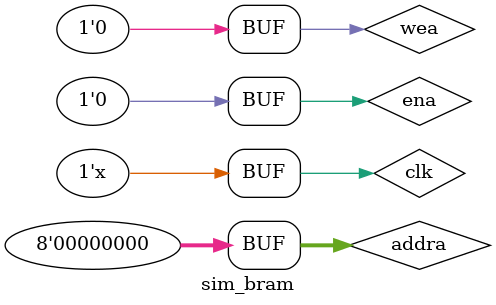
<source format=v>
`timescale 1ns / 1ps


module sim_bram(

    );
    reg clk=0;
    reg ena=0, wea=0;
    reg [7:0] addra=0;
    reg [31:0] dina=0;
    wire [31:0] douta;
    always #10 clk<=~clk;
    blk_mem_gen_0 your_instance_name (
      .clka(clk),    // input wire clka
      .ena(ena),      // input wire ena
      .wea(wea),      // input wire [0 : 0] wea
      .addra(addra),  // input wire [7 : 0] addra
      .dina(dina),    // input wire [31 : 0] dina
      .douta(douta)  // output wire [31 : 0] douta
    );
    always @(posedge clk) begin
        dina<=dina+1;
    end
    initial begin
    addra=0;
    ena=1;
    wea=1;
    #100
    wea=0;
    #100
    ena=0;
    end
endmodule

</source>
